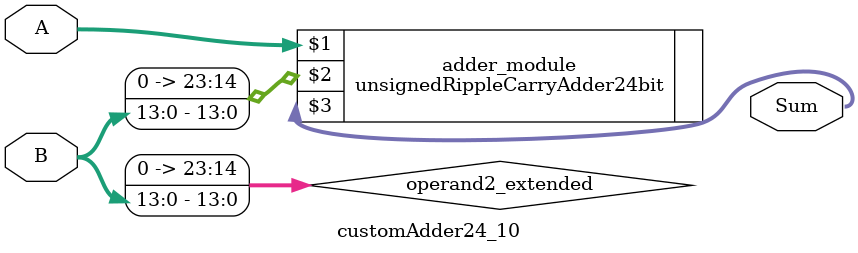
<source format=v>

module customAdder24_10(
                    input [23 : 0] A,
                    input [13 : 0] B,
                    
                    output [24 : 0] Sum
            );

    wire [23 : 0] operand2_extended;
    
    assign operand2_extended =  {10'b0, B};
    
    unsignedRippleCarryAdder24bit adder_module(
        A,
        operand2_extended,
        Sum
    );
    
endmodule
        
</source>
